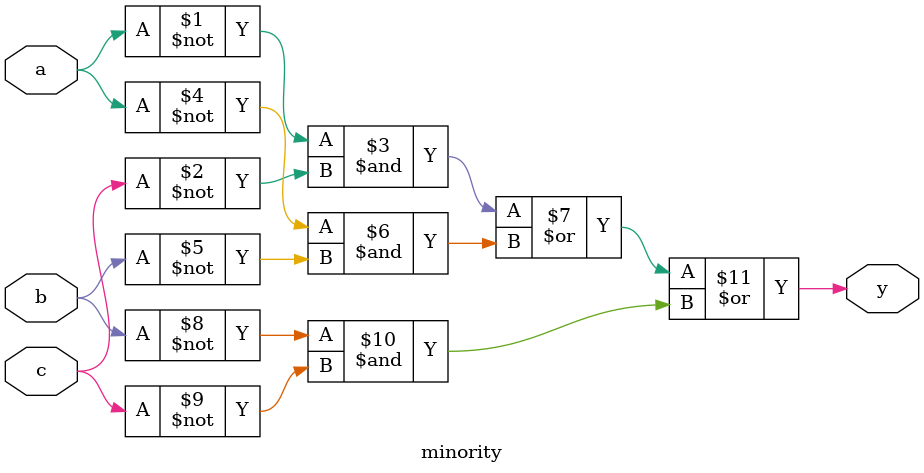
<source format=v>
module minority(input a, b, c, output y);
 assign y = ~a&~c | ~a&~b | ~b&~c;
 endmodule
</source>
